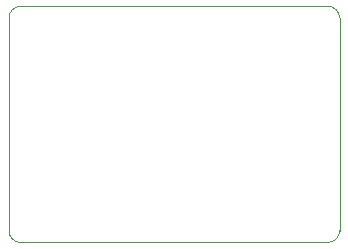
<source format=gbr>
%TF.GenerationSoftware,KiCad,Pcbnew,7.0.2-1.fc38*%
%TF.CreationDate,2023-05-15T15:28:08+02:00*%
%TF.ProjectId,marauder_mini_pcb,6d617261-7564-4657-925f-6d696e695f70,rev?*%
%TF.SameCoordinates,Original*%
%TF.FileFunction,Profile,NP*%
%FSLAX46Y46*%
G04 Gerber Fmt 4.6, Leading zero omitted, Abs format (unit mm)*
G04 Created by KiCad (PCBNEW 7.0.2-1.fc38) date 2023-05-15 15:28:08*
%MOMM*%
%LPD*%
G01*
G04 APERTURE LIST*
%TA.AperFunction,Profile*%
%ADD10C,0.100000*%
%TD*%
G04 APERTURE END LIST*
D10*
X68000000Y-41000000D02*
G75*
G03*
X67000000Y-40000000I-1000000J0D01*
G01*
X41000000Y-40000000D02*
G75*
G03*
X40000000Y-41000000I0J-1000000D01*
G01*
X68000000Y-41000000D02*
X68000000Y-59000000D01*
X67000000Y-60000000D02*
X41000000Y-60000000D01*
X40000000Y-59000000D02*
G75*
G03*
X41000000Y-60000000I1000000J0D01*
G01*
X40000000Y-59000000D02*
X40000000Y-41000000D01*
X67000000Y-60000000D02*
G75*
G03*
X68000000Y-59000000I0J1000000D01*
G01*
X41000000Y-40000000D02*
X67000000Y-40000000D01*
M02*

</source>
